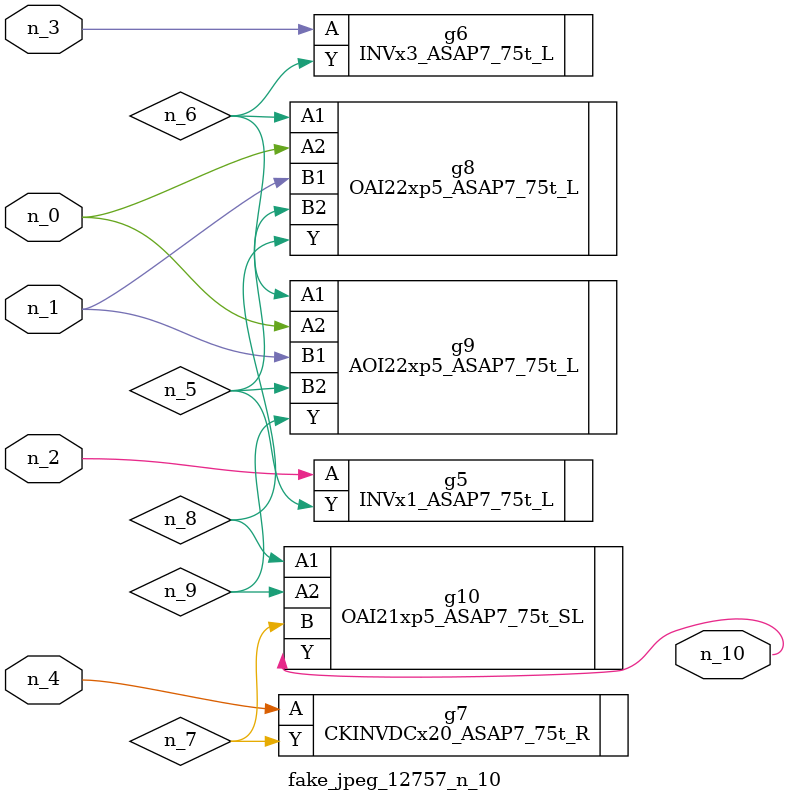
<source format=v>
module fake_jpeg_12757_n_10 (n_3, n_2, n_1, n_0, n_4, n_10);

input n_3;
input n_2;
input n_1;
input n_0;
input n_4;

output n_10;

wire n_8;
wire n_9;
wire n_6;
wire n_5;
wire n_7;

INVx1_ASAP7_75t_L g5 ( 
.A(n_2),
.Y(n_5)
);

INVx3_ASAP7_75t_L g6 ( 
.A(n_3),
.Y(n_6)
);

CKINVDCx20_ASAP7_75t_R g7 ( 
.A(n_4),
.Y(n_7)
);

OAI22xp5_ASAP7_75t_L g8 ( 
.A1(n_6),
.A2(n_0),
.B1(n_1),
.B2(n_5),
.Y(n_8)
);

OAI21xp5_ASAP7_75t_SL g10 ( 
.A1(n_8),
.A2(n_9),
.B(n_7),
.Y(n_10)
);

AOI22xp5_ASAP7_75t_L g9 ( 
.A1(n_6),
.A2(n_0),
.B1(n_1),
.B2(n_5),
.Y(n_9)
);


endmodule
</source>
